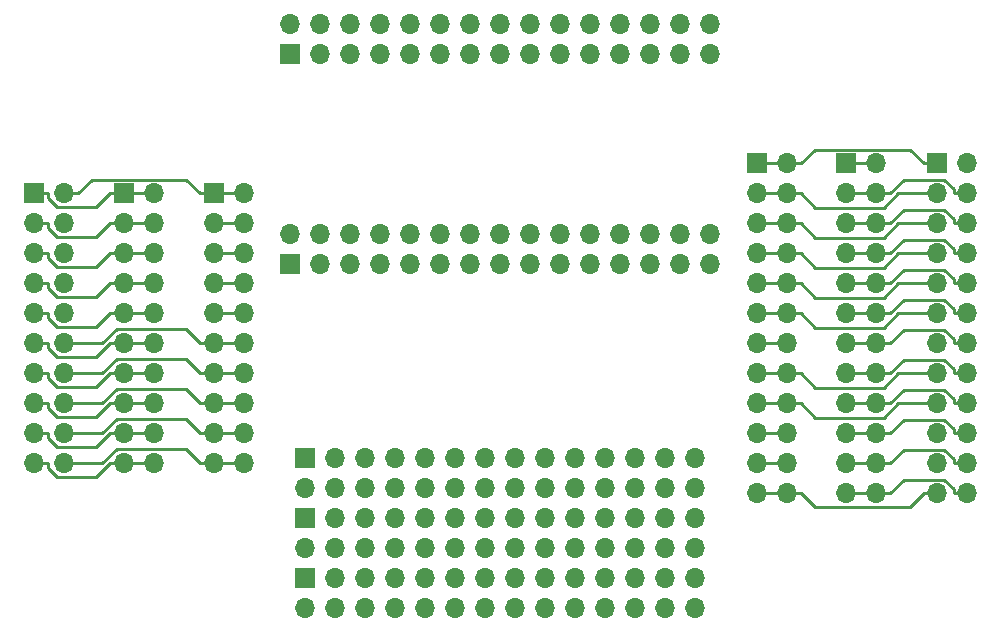
<source format=gbr>
%TF.GenerationSoftware,KiCad,Pcbnew,(5.1.9)-1*%
%TF.CreationDate,2022-02-04T12:49:55-05:00*%
%TF.ProjectId,Breadboard-Testbed,42726561-6462-46f6-9172-642d54657374,rev?*%
%TF.SameCoordinates,Original*%
%TF.FileFunction,Copper,L1,Top*%
%TF.FilePolarity,Positive*%
%FSLAX46Y46*%
G04 Gerber Fmt 4.6, Leading zero omitted, Abs format (unit mm)*
G04 Created by KiCad (PCBNEW (5.1.9)-1) date 2022-02-04 12:49:55*
%MOMM*%
%LPD*%
G01*
G04 APERTURE LIST*
%TA.AperFunction,ComponentPad*%
%ADD10R,1.700000X1.700000*%
%TD*%
%TA.AperFunction,ComponentPad*%
%ADD11O,1.700000X1.700000*%
%TD*%
%TA.AperFunction,Conductor*%
%ADD12C,0.250000*%
%TD*%
G04 APERTURE END LIST*
D10*
%TO.P,J1,1*%
%TO.N,Net-(J1-Pad1)*%
X163000000Y-86570000D03*
D11*
%TO.P,J1,2*%
%TO.N,Net-(J1-Pad2)*%
X165540000Y-86570000D03*
%TO.P,J1,3*%
%TO.N,Net-(J1-Pad3)*%
X163000000Y-89110000D03*
%TO.P,J1,4*%
%TO.N,Net-(J1-Pad4)*%
X165540000Y-89110000D03*
%TO.P,J1,5*%
%TO.N,Net-(J1-Pad5)*%
X163000000Y-91650000D03*
%TO.P,J1,6*%
%TO.N,Net-(J1-Pad6)*%
X165540000Y-91650000D03*
%TO.P,J1,7*%
%TO.N,Net-(J1-Pad7)*%
X163000000Y-94190000D03*
%TO.P,J1,8*%
%TO.N,Net-(J1-Pad8)*%
X165540000Y-94190000D03*
%TO.P,J1,9*%
%TO.N,Net-(J1-Pad9)*%
X163000000Y-96730000D03*
%TO.P,J1,10*%
%TO.N,Net-(J1-Pad10)*%
X165540000Y-96730000D03*
%TO.P,J1,11*%
%TO.N,Net-(J1-Pad11)*%
X163000000Y-99270000D03*
%TO.P,J1,12*%
%TO.N,Net-(J1-Pad12)*%
X165540000Y-99270000D03*
%TO.P,J1,13*%
%TO.N,Net-(J1-Pad13)*%
X163000000Y-101810000D03*
%TO.P,J1,14*%
%TO.N,Net-(J1-Pad14)*%
X165540000Y-101810000D03*
%TO.P,J1,15*%
%TO.N,Net-(J1-Pad15)*%
X163000000Y-104350000D03*
%TO.P,J1,16*%
%TO.N,Net-(J1-Pad16)*%
X165540000Y-104350000D03*
%TO.P,J1,17*%
%TO.N,Net-(J1-Pad17)*%
X163000000Y-106890000D03*
%TO.P,J1,18*%
%TO.N,Net-(J1-Pad18)*%
X165540000Y-106890000D03*
%TO.P,J1,19*%
%TO.N,Net-(J1-Pad19)*%
X163000000Y-109430000D03*
%TO.P,J1,20*%
%TO.N,Net-(J1-Pad20)*%
X165540000Y-109430000D03*
%TD*%
D10*
%TO.P,J2,1*%
%TO.N,Net-(J2-Pad1)*%
X239500000Y-84030000D03*
D11*
%TO.P,J2,2*%
%TO.N,Net-(J12-Pad1)*%
X242040000Y-84030000D03*
%TO.P,J2,3*%
%TO.N,Net-(J2-Pad3)*%
X239500000Y-86570000D03*
%TO.P,J2,4*%
%TO.N,Net-(J12-Pad3)*%
X242040000Y-86570000D03*
%TO.P,J2,5*%
%TO.N,Net-(J2-Pad5)*%
X239500000Y-89110000D03*
%TO.P,J2,6*%
%TO.N,Net-(J12-Pad5)*%
X242040000Y-89110000D03*
%TO.P,J2,7*%
%TO.N,Net-(J2-Pad7)*%
X239500000Y-91650000D03*
%TO.P,J2,8*%
%TO.N,Net-(J12-Pad7)*%
X242040000Y-91650000D03*
%TO.P,J2,9*%
%TO.N,Net-(J2-Pad9)*%
X239500000Y-94190000D03*
%TO.P,J2,10*%
%TO.N,Net-(J12-Pad10)*%
X242040000Y-94190000D03*
%TO.P,J2,11*%
%TO.N,Net-(J2-Pad11)*%
X239500000Y-96730000D03*
%TO.P,J2,12*%
%TO.N,Net-(J12-Pad11)*%
X242040000Y-96730000D03*
%TO.P,J2,13*%
%TO.N,Net-(J2-Pad13)*%
X239500000Y-99270000D03*
%TO.P,J2,14*%
%TO.N,Net-(J12-Pad13)*%
X242040000Y-99270000D03*
%TO.P,J2,15*%
%TO.N,Net-(J2-Pad15)*%
X239500000Y-101810000D03*
%TO.P,J2,16*%
%TO.N,Net-(J12-Pad15)*%
X242040000Y-101810000D03*
%TO.P,J2,17*%
%TO.N,Net-(J2-Pad17)*%
X239500000Y-104350000D03*
%TO.P,J2,18*%
%TO.N,Net-(J12-Pad17)*%
X242040000Y-104350000D03*
%TO.P,J2,19*%
%TO.N,Net-(J2-Pad19)*%
X239500000Y-106890000D03*
%TO.P,J2,20*%
%TO.N,Net-(J12-Pad19)*%
X242040000Y-106890000D03*
%TO.P,J2,21*%
%TO.N,Net-(J2-Pad21)*%
X239500000Y-109430000D03*
%TO.P,J2,22*%
%TO.N,Net-(J12-Pad21)*%
X242040000Y-109430000D03*
%TO.P,J2,23*%
%TO.N,Net-(J2-Pad23)*%
X239500000Y-111970000D03*
%TO.P,J2,24*%
%TO.N,Net-(J12-Pad23)*%
X242040000Y-111970000D03*
%TD*%
%TO.P,J5,20*%
%TO.N,Net-(J1-Pad19)*%
X173160000Y-109430000D03*
%TO.P,J5,19*%
X170620000Y-109430000D03*
%TO.P,J5,18*%
%TO.N,Net-(J1-Pad17)*%
X173160000Y-106890000D03*
%TO.P,J5,17*%
X170620000Y-106890000D03*
%TO.P,J5,16*%
%TO.N,Net-(J1-Pad15)*%
X173160000Y-104350000D03*
%TO.P,J5,15*%
X170620000Y-104350000D03*
%TO.P,J5,14*%
%TO.N,Net-(J1-Pad13)*%
X173160000Y-101810000D03*
%TO.P,J5,13*%
X170620000Y-101810000D03*
%TO.P,J5,12*%
%TO.N,Net-(J1-Pad11)*%
X173160000Y-99270000D03*
%TO.P,J5,11*%
X170620000Y-99270000D03*
%TO.P,J5,10*%
%TO.N,Net-(J1-Pad9)*%
X173160000Y-96730000D03*
%TO.P,J5,9*%
X170620000Y-96730000D03*
%TO.P,J5,8*%
%TO.N,Net-(J1-Pad7)*%
X173160000Y-94190000D03*
%TO.P,J5,7*%
X170620000Y-94190000D03*
%TO.P,J5,6*%
%TO.N,Net-(J1-Pad5)*%
X173160000Y-91650000D03*
%TO.P,J5,5*%
X170620000Y-91650000D03*
%TO.P,J5,4*%
%TO.N,Net-(J1-Pad3)*%
X173160000Y-89110000D03*
%TO.P,J5,3*%
X170620000Y-89110000D03*
%TO.P,J5,2*%
%TO.N,Net-(J1-Pad1)*%
X173160000Y-86570000D03*
D10*
%TO.P,J5,1*%
X170620000Y-86570000D03*
%TD*%
D11*
%TO.P,J7,30*%
%TO.N,Net-(J7-Pad29)*%
X220280000Y-90040000D03*
%TO.P,J7,29*%
X220280000Y-92580000D03*
%TO.P,J7,28*%
%TO.N,Net-(J7-Pad27)*%
X217740000Y-90040000D03*
%TO.P,J7,27*%
X217740000Y-92580000D03*
%TO.P,J7,26*%
%TO.N,Net-(J7-Pad25)*%
X215200000Y-90040000D03*
%TO.P,J7,25*%
X215200000Y-92580000D03*
%TO.P,J7,24*%
%TO.N,Net-(J7-Pad23)*%
X212660000Y-90040000D03*
%TO.P,J7,23*%
X212660000Y-92580000D03*
%TO.P,J7,22*%
%TO.N,Net-(J7-Pad21)*%
X210120000Y-90040000D03*
%TO.P,J7,21*%
X210120000Y-92580000D03*
%TO.P,J7,20*%
%TO.N,Net-(J7-Pad19)*%
X207580000Y-90040000D03*
%TO.P,J7,19*%
X207580000Y-92580000D03*
%TO.P,J7,18*%
%TO.N,Net-(J7-Pad17)*%
X205040000Y-90040000D03*
%TO.P,J7,17*%
X205040000Y-92580000D03*
%TO.P,J7,16*%
%TO.N,Net-(J7-Pad15)*%
X202500000Y-90040000D03*
%TO.P,J7,15*%
X202500000Y-92580000D03*
%TO.P,J7,14*%
%TO.N,Net-(J7-Pad13)*%
X199960000Y-90040000D03*
%TO.P,J7,13*%
X199960000Y-92580000D03*
%TO.P,J7,12*%
%TO.N,Net-(J7-Pad11)*%
X197420000Y-90040000D03*
%TO.P,J7,11*%
X197420000Y-92580000D03*
%TO.P,J7,10*%
%TO.N,Net-(J7-Pad10)*%
X194880000Y-90040000D03*
%TO.P,J7,9*%
X194880000Y-92580000D03*
%TO.P,J7,8*%
%TO.N,Net-(J7-Pad7)*%
X192340000Y-90040000D03*
%TO.P,J7,7*%
X192340000Y-92580000D03*
%TO.P,J7,6*%
%TO.N,Net-(J7-Pad5)*%
X189800000Y-90040000D03*
%TO.P,J7,5*%
X189800000Y-92580000D03*
%TO.P,J7,4*%
%TO.N,Net-(J7-Pad3)*%
X187260000Y-90040000D03*
%TO.P,J7,3*%
X187260000Y-92580000D03*
%TO.P,J7,2*%
%TO.N,Net-(J7-Pad1)*%
X184720000Y-90040000D03*
D10*
%TO.P,J7,1*%
X184720000Y-92580000D03*
%TD*%
%TO.P,J8,1*%
%TO.N,Net-(J1-Pad2)*%
X178240000Y-86570000D03*
D11*
%TO.P,J8,2*%
X180780000Y-86570000D03*
%TO.P,J8,3*%
%TO.N,Net-(J1-Pad4)*%
X178240000Y-89110000D03*
%TO.P,J8,4*%
X180780000Y-89110000D03*
%TO.P,J8,5*%
%TO.N,Net-(J1-Pad6)*%
X178240000Y-91650000D03*
%TO.P,J8,6*%
X180780000Y-91650000D03*
%TO.P,J8,7*%
%TO.N,Net-(J1-Pad8)*%
X178240000Y-94190000D03*
%TO.P,J8,8*%
X180780000Y-94190000D03*
%TO.P,J8,9*%
%TO.N,Net-(J1-Pad10)*%
X178240000Y-96730000D03*
%TO.P,J8,10*%
X180780000Y-96730000D03*
%TO.P,J8,11*%
%TO.N,Net-(J1-Pad12)*%
X178240000Y-99270000D03*
%TO.P,J8,12*%
X180780000Y-99270000D03*
%TO.P,J8,13*%
%TO.N,Net-(J1-Pad14)*%
X178240000Y-101810000D03*
%TO.P,J8,14*%
X180780000Y-101810000D03*
%TO.P,J8,15*%
%TO.N,Net-(J1-Pad16)*%
X178240000Y-104350000D03*
%TO.P,J8,16*%
X180780000Y-104350000D03*
%TO.P,J8,17*%
%TO.N,Net-(J1-Pad18)*%
X178240000Y-106890000D03*
%TO.P,J8,18*%
X180780000Y-106890000D03*
%TO.P,J8,19*%
%TO.N,Net-(J1-Pad20)*%
X178240000Y-109430000D03*
%TO.P,J8,20*%
X180780000Y-109430000D03*
%TD*%
D10*
%TO.P,J9,1*%
%TO.N,Net-(J2-Pad1)*%
X224260000Y-84030000D03*
D11*
%TO.P,J9,2*%
X226800000Y-84030000D03*
%TO.P,J9,3*%
%TO.N,Net-(J2-Pad3)*%
X224260000Y-86570000D03*
%TO.P,J9,4*%
X226800000Y-86570000D03*
%TO.P,J9,5*%
%TO.N,Net-(J2-Pad5)*%
X224260000Y-89110000D03*
%TO.P,J9,6*%
X226800000Y-89110000D03*
%TO.P,J9,7*%
%TO.N,Net-(J2-Pad7)*%
X224260000Y-91650000D03*
%TO.P,J9,8*%
X226800000Y-91650000D03*
%TO.P,J9,9*%
%TO.N,Net-(J2-Pad9)*%
X224260000Y-94190000D03*
%TO.P,J9,10*%
X226800000Y-94190000D03*
%TO.P,J9,11*%
%TO.N,Net-(J2-Pad11)*%
X224260000Y-96730000D03*
%TO.P,J9,12*%
X226800000Y-96730000D03*
%TO.P,J9,13*%
%TO.N,Net-(J2-Pad13)*%
X224260000Y-99270000D03*
%TO.P,J9,14*%
X226800000Y-99270000D03*
%TO.P,J9,15*%
%TO.N,Net-(J2-Pad15)*%
X224260000Y-101810000D03*
%TO.P,J9,16*%
X226800000Y-101810000D03*
%TO.P,J9,17*%
%TO.N,Net-(J2-Pad17)*%
X224260000Y-104350000D03*
%TO.P,J9,18*%
X226800000Y-104350000D03*
%TO.P,J9,19*%
%TO.N,Net-(J2-Pad19)*%
X224260000Y-106890000D03*
%TO.P,J9,20*%
X226800000Y-106890000D03*
%TO.P,J9,21*%
%TO.N,Net-(J2-Pad21)*%
X224260000Y-109430000D03*
%TO.P,J9,22*%
X226800000Y-109430000D03*
%TO.P,J9,23*%
%TO.N,Net-(J2-Pad23)*%
X224260000Y-111970000D03*
%TO.P,J9,24*%
X226800000Y-111970000D03*
%TD*%
%TO.P,J10,30*%
%TO.N,Net-(J10-Pad29)*%
X220280000Y-72260000D03*
%TO.P,J10,29*%
X220280000Y-74800000D03*
%TO.P,J10,28*%
%TO.N,Net-(J10-Pad27)*%
X217740000Y-72260000D03*
%TO.P,J10,27*%
X217740000Y-74800000D03*
%TO.P,J10,26*%
%TO.N,Net-(J10-Pad25)*%
X215200000Y-72260000D03*
%TO.P,J10,25*%
X215200000Y-74800000D03*
%TO.P,J10,24*%
%TO.N,Net-(J10-Pad23)*%
X212660000Y-72260000D03*
%TO.P,J10,23*%
X212660000Y-74800000D03*
%TO.P,J10,22*%
%TO.N,Net-(J10-Pad21)*%
X210120000Y-72260000D03*
%TO.P,J10,21*%
X210120000Y-74800000D03*
%TO.P,J10,20*%
%TO.N,Net-(J10-Pad19)*%
X207580000Y-72260000D03*
%TO.P,J10,19*%
X207580000Y-74800000D03*
%TO.P,J10,18*%
%TO.N,Net-(J10-Pad17)*%
X205040000Y-72260000D03*
%TO.P,J10,17*%
X205040000Y-74800000D03*
%TO.P,J10,16*%
%TO.N,Net-(J10-Pad15)*%
X202500000Y-72260000D03*
%TO.P,J10,15*%
X202500000Y-74800000D03*
%TO.P,J10,14*%
%TO.N,Net-(J10-Pad13)*%
X199960000Y-72260000D03*
%TO.P,J10,13*%
X199960000Y-74800000D03*
%TO.P,J10,12*%
%TO.N,Net-(J10-Pad11)*%
X197420000Y-72260000D03*
%TO.P,J10,11*%
X197420000Y-74800000D03*
%TO.P,J10,10*%
%TO.N,Net-(J10-Pad10)*%
X194880000Y-72260000D03*
%TO.P,J10,9*%
X194880000Y-74800000D03*
%TO.P,J10,8*%
%TO.N,Net-(J10-Pad7)*%
X192340000Y-72260000D03*
%TO.P,J10,7*%
X192340000Y-74800000D03*
%TO.P,J10,6*%
%TO.N,Net-(J10-Pad5)*%
X189800000Y-72260000D03*
%TO.P,J10,5*%
X189800000Y-74800000D03*
%TO.P,J10,4*%
%TO.N,Net-(J10-Pad3)*%
X187260000Y-72260000D03*
%TO.P,J10,3*%
X187260000Y-74800000D03*
%TO.P,J10,2*%
%TO.N,Net-(J10-Pad1)*%
X184720000Y-72260000D03*
D10*
%TO.P,J10,1*%
X184720000Y-74800000D03*
%TD*%
%TO.P,J12,1*%
%TO.N,Net-(J12-Pad1)*%
X231800000Y-84030000D03*
D11*
%TO.P,J12,2*%
X234340000Y-84030000D03*
%TO.P,J12,3*%
%TO.N,Net-(J12-Pad3)*%
X231800000Y-86570000D03*
%TO.P,J12,4*%
X234340000Y-86570000D03*
%TO.P,J12,5*%
%TO.N,Net-(J12-Pad5)*%
X231800000Y-89110000D03*
%TO.P,J12,6*%
X234340000Y-89110000D03*
%TO.P,J12,7*%
%TO.N,Net-(J12-Pad7)*%
X231800000Y-91650000D03*
%TO.P,J12,8*%
X234340000Y-91650000D03*
%TO.P,J12,9*%
%TO.N,Net-(J12-Pad10)*%
X231800000Y-94190000D03*
%TO.P,J12,10*%
X234340000Y-94190000D03*
%TO.P,J12,11*%
%TO.N,Net-(J12-Pad11)*%
X231800000Y-96730000D03*
%TO.P,J12,12*%
X234340000Y-96730000D03*
%TO.P,J12,13*%
%TO.N,Net-(J12-Pad13)*%
X231800000Y-99270000D03*
%TO.P,J12,14*%
X234340000Y-99270000D03*
%TO.P,J12,15*%
%TO.N,Net-(J12-Pad15)*%
X231800000Y-101810000D03*
%TO.P,J12,16*%
X234340000Y-101810000D03*
%TO.P,J12,17*%
%TO.N,Net-(J12-Pad17)*%
X231800000Y-104350000D03*
%TO.P,J12,18*%
X234340000Y-104350000D03*
%TO.P,J12,19*%
%TO.N,Net-(J12-Pad19)*%
X231800000Y-106890000D03*
%TO.P,J12,20*%
X234340000Y-106890000D03*
%TO.P,J12,21*%
%TO.N,Net-(J12-Pad21)*%
X231800000Y-109430000D03*
%TO.P,J12,22*%
X234340000Y-109430000D03*
%TO.P,J12,23*%
%TO.N,Net-(J12-Pad23)*%
X231800000Y-111970000D03*
%TO.P,J12,24*%
X234340000Y-111970000D03*
%TD*%
D10*
%TO.P,J3,1*%
%TO.N,Net-(J3-Pad1)*%
X185990000Y-108955000D03*
D11*
%TO.P,J3,2*%
X185990000Y-111495000D03*
%TO.P,J3,3*%
%TO.N,Net-(J3-Pad3)*%
X188530000Y-108955000D03*
%TO.P,J3,4*%
X188530000Y-111495000D03*
%TO.P,J3,5*%
%TO.N,Net-(J3-Pad5)*%
X191070000Y-108955000D03*
%TO.P,J3,6*%
X191070000Y-111495000D03*
%TO.P,J3,7*%
%TO.N,Net-(J3-Pad7)*%
X193610000Y-108955000D03*
%TO.P,J3,8*%
X193610000Y-111495000D03*
%TO.P,J3,9*%
%TO.N,Net-(J3-Pad10)*%
X196150000Y-108955000D03*
%TO.P,J3,10*%
X196150000Y-111495000D03*
%TO.P,J3,11*%
%TO.N,Net-(J3-Pad11)*%
X198690000Y-108955000D03*
%TO.P,J3,12*%
X198690000Y-111495000D03*
%TO.P,J3,13*%
%TO.N,Net-(J3-Pad13)*%
X201230000Y-108955000D03*
%TO.P,J3,14*%
X201230000Y-111495000D03*
%TO.P,J3,15*%
%TO.N,Net-(J3-Pad15)*%
X203770000Y-108955000D03*
%TO.P,J3,16*%
X203770000Y-111495000D03*
%TO.P,J3,17*%
%TO.N,Net-(J3-Pad17)*%
X206310000Y-108955000D03*
%TO.P,J3,18*%
X206310000Y-111495000D03*
%TO.P,J3,19*%
%TO.N,Net-(J3-Pad19)*%
X208850000Y-108955000D03*
%TO.P,J3,20*%
X208850000Y-111495000D03*
%TO.P,J3,21*%
%TO.N,Net-(J3-Pad21)*%
X211390000Y-108955000D03*
%TO.P,J3,22*%
X211390000Y-111495000D03*
%TO.P,J3,23*%
%TO.N,Net-(J3-Pad23)*%
X213930000Y-108955000D03*
%TO.P,J3,24*%
X213930000Y-111495000D03*
%TO.P,J3,25*%
%TO.N,Net-(J3-Pad25)*%
X216470000Y-108955000D03*
%TO.P,J3,26*%
X216470000Y-111495000D03*
%TO.P,J3,27*%
%TO.N,Net-(J3-Pad27)*%
X219010000Y-108955000D03*
%TO.P,J3,28*%
X219010000Y-111495000D03*
%TD*%
%TO.P,J4,28*%
%TO.N,Net-(J3-Pad27)*%
X219010000Y-116575000D03*
%TO.P,J4,27*%
X219010000Y-114035000D03*
%TO.P,J4,26*%
%TO.N,Net-(J3-Pad25)*%
X216470000Y-116575000D03*
%TO.P,J4,25*%
X216470000Y-114035000D03*
%TO.P,J4,24*%
%TO.N,Net-(J3-Pad23)*%
X213930000Y-116575000D03*
%TO.P,J4,23*%
X213930000Y-114035000D03*
%TO.P,J4,22*%
%TO.N,Net-(J3-Pad21)*%
X211390000Y-116575000D03*
%TO.P,J4,21*%
X211390000Y-114035000D03*
%TO.P,J4,20*%
%TO.N,Net-(J3-Pad19)*%
X208850000Y-116575000D03*
%TO.P,J4,19*%
X208850000Y-114035000D03*
%TO.P,J4,18*%
%TO.N,Net-(J3-Pad17)*%
X206310000Y-116575000D03*
%TO.P,J4,17*%
X206310000Y-114035000D03*
%TO.P,J4,16*%
%TO.N,Net-(J3-Pad15)*%
X203770000Y-116575000D03*
%TO.P,J4,15*%
X203770000Y-114035000D03*
%TO.P,J4,14*%
%TO.N,Net-(J3-Pad13)*%
X201230000Y-116575000D03*
%TO.P,J4,13*%
X201230000Y-114035000D03*
%TO.P,J4,12*%
%TO.N,Net-(J3-Pad11)*%
X198690000Y-116575000D03*
%TO.P,J4,11*%
X198690000Y-114035000D03*
%TO.P,J4,10*%
%TO.N,Net-(J3-Pad10)*%
X196150000Y-116575000D03*
%TO.P,J4,9*%
X196150000Y-114035000D03*
%TO.P,J4,8*%
%TO.N,Net-(J3-Pad7)*%
X193610000Y-116575000D03*
%TO.P,J4,7*%
X193610000Y-114035000D03*
%TO.P,J4,6*%
%TO.N,Net-(J3-Pad5)*%
X191070000Y-116575000D03*
%TO.P,J4,5*%
X191070000Y-114035000D03*
%TO.P,J4,4*%
%TO.N,Net-(J3-Pad3)*%
X188530000Y-116575000D03*
%TO.P,J4,3*%
X188530000Y-114035000D03*
%TO.P,J4,2*%
%TO.N,Net-(J3-Pad1)*%
X185990000Y-116575000D03*
D10*
%TO.P,J4,1*%
X185990000Y-114035000D03*
%TD*%
%TO.P,J6,1*%
%TO.N,Net-(J3-Pad1)*%
X185990000Y-119115000D03*
D11*
%TO.P,J6,2*%
X185990000Y-121655000D03*
%TO.P,J6,3*%
%TO.N,Net-(J3-Pad3)*%
X188530000Y-119115000D03*
%TO.P,J6,4*%
X188530000Y-121655000D03*
%TO.P,J6,5*%
%TO.N,Net-(J3-Pad5)*%
X191070000Y-119115000D03*
%TO.P,J6,6*%
X191070000Y-121655000D03*
%TO.P,J6,7*%
%TO.N,Net-(J3-Pad7)*%
X193610000Y-119115000D03*
%TO.P,J6,8*%
X193610000Y-121655000D03*
%TO.P,J6,9*%
%TO.N,Net-(J3-Pad10)*%
X196150000Y-119115000D03*
%TO.P,J6,10*%
X196150000Y-121655000D03*
%TO.P,J6,11*%
%TO.N,Net-(J3-Pad11)*%
X198690000Y-119115000D03*
%TO.P,J6,12*%
X198690000Y-121655000D03*
%TO.P,J6,13*%
%TO.N,Net-(J3-Pad13)*%
X201230000Y-119115000D03*
%TO.P,J6,14*%
X201230000Y-121655000D03*
%TO.P,J6,15*%
%TO.N,Net-(J3-Pad15)*%
X203770000Y-119115000D03*
%TO.P,J6,16*%
X203770000Y-121655000D03*
%TO.P,J6,17*%
%TO.N,Net-(J3-Pad17)*%
X206310000Y-119115000D03*
%TO.P,J6,18*%
X206310000Y-121655000D03*
%TO.P,J6,19*%
%TO.N,Net-(J3-Pad19)*%
X208850000Y-119115000D03*
%TO.P,J6,20*%
X208850000Y-121655000D03*
%TO.P,J6,21*%
%TO.N,Net-(J3-Pad21)*%
X211390000Y-119115000D03*
%TO.P,J6,22*%
X211390000Y-121655000D03*
%TO.P,J6,23*%
%TO.N,Net-(J3-Pad23)*%
X213930000Y-119115000D03*
%TO.P,J6,24*%
X213930000Y-121655000D03*
%TO.P,J6,25*%
%TO.N,Net-(J3-Pad25)*%
X216470000Y-119115000D03*
%TO.P,J6,26*%
X216470000Y-121655000D03*
%TO.P,J6,27*%
%TO.N,Net-(J3-Pad27)*%
X219010000Y-119115000D03*
%TO.P,J6,28*%
X219010000Y-121655000D03*
%TD*%
D12*
%TO.N,Net-(J1-Pad1)*%
X163000000Y-86570000D02*
X164175300Y-86570000D01*
X170620000Y-86570000D02*
X169444700Y-86570000D01*
X169444700Y-86570000D02*
X168269400Y-87745300D01*
X168269400Y-87745300D02*
X164983200Y-87745300D01*
X164983200Y-87745300D02*
X164175300Y-86937400D01*
X164175300Y-86937400D02*
X164175300Y-86570000D01*
X173160000Y-86570000D02*
X170620000Y-86570000D01*
%TO.N,Net-(J1-Pad2)*%
X178240000Y-86570000D02*
X177064700Y-86570000D01*
X177064700Y-86570000D02*
X175889400Y-85394700D01*
X175889400Y-85394700D02*
X167890600Y-85394700D01*
X167890600Y-85394700D02*
X166715300Y-86570000D01*
X180780000Y-86570000D02*
X178240000Y-86570000D01*
X165540000Y-86570000D02*
X166715300Y-86570000D01*
%TO.N,Net-(J1-Pad3)*%
X163000000Y-89110000D02*
X164175300Y-89110000D01*
X170620000Y-89110000D02*
X169444700Y-89110000D01*
X169444700Y-89110000D02*
X168269400Y-90285300D01*
X168269400Y-90285300D02*
X164983200Y-90285300D01*
X164983200Y-90285300D02*
X164175300Y-89477400D01*
X164175300Y-89477400D02*
X164175300Y-89110000D01*
X173160000Y-89110000D02*
X170620000Y-89110000D01*
%TO.N,Net-(J1-Pad4)*%
X180780000Y-89110000D02*
X178240000Y-89110000D01*
%TO.N,Net-(J1-Pad5)*%
X163000000Y-91650000D02*
X164175300Y-91650000D01*
X170620000Y-91650000D02*
X169444700Y-91650000D01*
X169444700Y-91650000D02*
X168269400Y-92825300D01*
X168269400Y-92825300D02*
X164983200Y-92825300D01*
X164983200Y-92825300D02*
X164175300Y-92017400D01*
X164175300Y-92017400D02*
X164175300Y-91650000D01*
X173160000Y-91650000D02*
X170620000Y-91650000D01*
%TO.N,Net-(J1-Pad6)*%
X180780000Y-91650000D02*
X178240000Y-91650000D01*
%TO.N,Net-(J1-Pad7)*%
X163000000Y-94190000D02*
X164175300Y-94190000D01*
X170620000Y-94190000D02*
X169444700Y-94190000D01*
X169444700Y-94190000D02*
X168269400Y-95365300D01*
X168269400Y-95365300D02*
X164983200Y-95365300D01*
X164983200Y-95365300D02*
X164175300Y-94557400D01*
X164175300Y-94557400D02*
X164175300Y-94190000D01*
X173160000Y-94190000D02*
X170620000Y-94190000D01*
%TO.N,Net-(J1-Pad8)*%
X180780000Y-94190000D02*
X178240000Y-94190000D01*
%TO.N,Net-(J1-Pad9)*%
X163000000Y-96730000D02*
X164175300Y-96730000D01*
X170620000Y-96730000D02*
X169444700Y-96730000D01*
X169444700Y-96730000D02*
X168269400Y-97905300D01*
X168269400Y-97905300D02*
X164983200Y-97905300D01*
X164983200Y-97905300D02*
X164175300Y-97097400D01*
X164175300Y-97097400D02*
X164175300Y-96730000D01*
X173160000Y-96730000D02*
X170620000Y-96730000D01*
%TO.N,Net-(J1-Pad10)*%
X180780000Y-96730000D02*
X178240000Y-96730000D01*
%TO.N,Net-(J1-Pad11)*%
X163000000Y-99270000D02*
X164175300Y-99270000D01*
X170620000Y-99270000D02*
X169444700Y-99270000D01*
X169444700Y-99270000D02*
X168269400Y-100445300D01*
X168269400Y-100445300D02*
X164983200Y-100445300D01*
X164983200Y-100445300D02*
X164175300Y-99637400D01*
X164175300Y-99637400D02*
X164175300Y-99270000D01*
X173160000Y-99270000D02*
X170620000Y-99270000D01*
%TO.N,Net-(J1-Pad12)*%
X178240000Y-99270000D02*
X177064700Y-99270000D01*
X177064700Y-99270000D02*
X175869000Y-98074300D01*
X175869000Y-98074300D02*
X170003500Y-98074300D01*
X170003500Y-98074300D02*
X168807800Y-99270000D01*
X168807800Y-99270000D02*
X165540000Y-99270000D01*
X180780000Y-99270000D02*
X178240000Y-99270000D01*
%TO.N,Net-(J1-Pad13)*%
X163000000Y-101810000D02*
X164175300Y-101810000D01*
X170620000Y-101810000D02*
X169444700Y-101810000D01*
X169444700Y-101810000D02*
X168269400Y-102985300D01*
X168269400Y-102985300D02*
X164983200Y-102985300D01*
X164983200Y-102985300D02*
X164175300Y-102177400D01*
X164175300Y-102177400D02*
X164175300Y-101810000D01*
X173160000Y-101810000D02*
X170620000Y-101810000D01*
%TO.N,Net-(J1-Pad14)*%
X178240000Y-101810000D02*
X177064700Y-101810000D01*
X177064700Y-101810000D02*
X175869000Y-100614300D01*
X175869000Y-100614300D02*
X170003500Y-100614300D01*
X170003500Y-100614300D02*
X168807800Y-101810000D01*
X168807800Y-101810000D02*
X165540000Y-101810000D01*
X180780000Y-101810000D02*
X178240000Y-101810000D01*
%TO.N,Net-(J1-Pad15)*%
X163000000Y-104350000D02*
X164175300Y-104350000D01*
X170620000Y-104350000D02*
X169444700Y-104350000D01*
X169444700Y-104350000D02*
X168269400Y-105525300D01*
X168269400Y-105525300D02*
X164983200Y-105525300D01*
X164983200Y-105525300D02*
X164175300Y-104717400D01*
X164175300Y-104717400D02*
X164175300Y-104350000D01*
X173160000Y-104350000D02*
X170620000Y-104350000D01*
%TO.N,Net-(J1-Pad16)*%
X178240000Y-104350000D02*
X177064700Y-104350000D01*
X177064700Y-104350000D02*
X175869000Y-103154300D01*
X175869000Y-103154300D02*
X170003500Y-103154300D01*
X170003500Y-103154300D02*
X168807800Y-104350000D01*
X168807800Y-104350000D02*
X165540000Y-104350000D01*
X180780000Y-104350000D02*
X178240000Y-104350000D01*
%TO.N,Net-(J1-Pad17)*%
X163000000Y-106890000D02*
X164175300Y-106890000D01*
X170620000Y-106890000D02*
X169444700Y-106890000D01*
X169444700Y-106890000D02*
X168269400Y-108065300D01*
X168269400Y-108065300D02*
X164983200Y-108065300D01*
X164983200Y-108065300D02*
X164175300Y-107257400D01*
X164175300Y-107257400D02*
X164175300Y-106890000D01*
X173160000Y-106890000D02*
X170620000Y-106890000D01*
%TO.N,Net-(J1-Pad18)*%
X178240000Y-106890000D02*
X177064700Y-106890000D01*
X177064700Y-106890000D02*
X175869000Y-105694300D01*
X175869000Y-105694300D02*
X170003500Y-105694300D01*
X170003500Y-105694300D02*
X168807800Y-106890000D01*
X168807800Y-106890000D02*
X165540000Y-106890000D01*
X180780000Y-106890000D02*
X178240000Y-106890000D01*
%TO.N,Net-(J1-Pad19)*%
X170620000Y-109430000D02*
X169444700Y-109430000D01*
X169444700Y-109430000D02*
X168269400Y-110605300D01*
X168269400Y-110605300D02*
X164983200Y-110605300D01*
X164983200Y-110605300D02*
X164175300Y-109797400D01*
X164175300Y-109797400D02*
X164175300Y-109430000D01*
X173160000Y-109430000D02*
X170620000Y-109430000D01*
X163000000Y-109430000D02*
X164175300Y-109430000D01*
%TO.N,Net-(J1-Pad20)*%
X178240000Y-109430000D02*
X177064700Y-109430000D01*
X177064700Y-109430000D02*
X175869000Y-108234300D01*
X175869000Y-108234300D02*
X170003500Y-108234300D01*
X170003500Y-108234300D02*
X168807800Y-109430000D01*
X168807800Y-109430000D02*
X165540000Y-109430000D01*
X180780000Y-109430000D02*
X178240000Y-109430000D01*
%TO.N,Net-(J2-Pad1)*%
X226800000Y-84030000D02*
X227975300Y-84030000D01*
X227975300Y-84030000D02*
X229150600Y-82854700D01*
X229150600Y-82854700D02*
X237149400Y-82854700D01*
X237149400Y-82854700D02*
X238324700Y-84030000D01*
X224260000Y-84030000D02*
X226800000Y-84030000D01*
X239500000Y-84030000D02*
X238324700Y-84030000D01*
%TO.N,Net-(J12-Pad1)*%
X234340000Y-84030000D02*
X231800000Y-84030000D01*
%TO.N,Net-(J2-Pad3)*%
X226800000Y-86570000D02*
X227975300Y-86570000D01*
X227975300Y-86570000D02*
X229171000Y-87765700D01*
X229171000Y-87765700D02*
X234956500Y-87765700D01*
X234956500Y-87765700D02*
X236152200Y-86570000D01*
X236152200Y-86570000D02*
X239500000Y-86570000D01*
X224260000Y-86570000D02*
X226800000Y-86570000D01*
%TO.N,Net-(J12-Pad3)*%
X242040000Y-86570000D02*
X240864700Y-86570000D01*
X234340000Y-86570000D02*
X235515300Y-86570000D01*
X235515300Y-86570000D02*
X236690600Y-85394700D01*
X236690600Y-85394700D02*
X240056800Y-85394700D01*
X240056800Y-85394700D02*
X240864700Y-86202600D01*
X240864700Y-86202600D02*
X240864700Y-86570000D01*
X231800000Y-86570000D02*
X234340000Y-86570000D01*
%TO.N,Net-(J2-Pad5)*%
X226800000Y-89110000D02*
X227975300Y-89110000D01*
X227975300Y-89110000D02*
X229171000Y-90305700D01*
X229171000Y-90305700D02*
X234956500Y-90305700D01*
X234956500Y-90305700D02*
X236152200Y-89110000D01*
X236152200Y-89110000D02*
X239500000Y-89110000D01*
X224260000Y-89110000D02*
X226800000Y-89110000D01*
%TO.N,Net-(J12-Pad5)*%
X242040000Y-89110000D02*
X240864700Y-89110000D01*
X234340000Y-89110000D02*
X235515300Y-89110000D01*
X235515300Y-89110000D02*
X236690600Y-87934700D01*
X236690600Y-87934700D02*
X240056800Y-87934700D01*
X240056800Y-87934700D02*
X240864700Y-88742600D01*
X240864700Y-88742600D02*
X240864700Y-89110000D01*
X231800000Y-89110000D02*
X234340000Y-89110000D01*
%TO.N,Net-(J2-Pad7)*%
X226800000Y-91650000D02*
X227975300Y-91650000D01*
X227975300Y-91650000D02*
X229171000Y-92845700D01*
X229171000Y-92845700D02*
X234956500Y-92845700D01*
X234956500Y-92845700D02*
X236152200Y-91650000D01*
X236152200Y-91650000D02*
X239500000Y-91650000D01*
X224260000Y-91650000D02*
X226800000Y-91650000D01*
%TO.N,Net-(J12-Pad7)*%
X242040000Y-91650000D02*
X240864700Y-91650000D01*
X234340000Y-91650000D02*
X235515300Y-91650000D01*
X235515300Y-91650000D02*
X236690600Y-90474700D01*
X236690600Y-90474700D02*
X240056800Y-90474700D01*
X240056800Y-90474700D02*
X240864700Y-91282600D01*
X240864700Y-91282600D02*
X240864700Y-91650000D01*
X231800000Y-91650000D02*
X234340000Y-91650000D01*
%TO.N,Net-(J2-Pad9)*%
X226800000Y-94190000D02*
X227975300Y-94190000D01*
X227975300Y-94190000D02*
X229171000Y-95385700D01*
X229171000Y-95385700D02*
X234956500Y-95385700D01*
X234956500Y-95385700D02*
X236152200Y-94190000D01*
X236152200Y-94190000D02*
X239500000Y-94190000D01*
X224260000Y-94190000D02*
X226800000Y-94190000D01*
%TO.N,Net-(J12-Pad10)*%
X242040000Y-94190000D02*
X240864700Y-94190000D01*
X234340000Y-94190000D02*
X235515300Y-94190000D01*
X235515300Y-94190000D02*
X236690600Y-93014700D01*
X236690600Y-93014700D02*
X240056800Y-93014700D01*
X240056800Y-93014700D02*
X240864700Y-93822600D01*
X240864700Y-93822600D02*
X240864700Y-94190000D01*
X231800000Y-94190000D02*
X234340000Y-94190000D01*
%TO.N,Net-(J2-Pad11)*%
X226800000Y-96730000D02*
X227975300Y-96730000D01*
X227975300Y-96730000D02*
X229171000Y-97925700D01*
X229171000Y-97925700D02*
X234956500Y-97925700D01*
X234956500Y-97925700D02*
X236152200Y-96730000D01*
X236152200Y-96730000D02*
X239500000Y-96730000D01*
X224260000Y-96730000D02*
X226800000Y-96730000D01*
%TO.N,Net-(J12-Pad11)*%
X242040000Y-96730000D02*
X240864700Y-96730000D01*
X234340000Y-96730000D02*
X235515300Y-96730000D01*
X235515300Y-96730000D02*
X236690600Y-95554700D01*
X236690600Y-95554700D02*
X240056800Y-95554700D01*
X240056800Y-95554700D02*
X240864700Y-96362600D01*
X240864700Y-96362600D02*
X240864700Y-96730000D01*
X231800000Y-96730000D02*
X234340000Y-96730000D01*
%TO.N,Net-(J2-Pad13)*%
X226800000Y-99270000D02*
X224260000Y-99270000D01*
%TO.N,Net-(J12-Pad13)*%
X242040000Y-99270000D02*
X240864700Y-99270000D01*
X234340000Y-99270000D02*
X235515300Y-99270000D01*
X235515300Y-99270000D02*
X236690600Y-98094700D01*
X236690600Y-98094700D02*
X240056800Y-98094700D01*
X240056800Y-98094700D02*
X240864700Y-98902600D01*
X240864700Y-98902600D02*
X240864700Y-99270000D01*
X231800000Y-99270000D02*
X234340000Y-99270000D01*
%TO.N,Net-(J2-Pad15)*%
X226800000Y-101810000D02*
X227975300Y-101810000D01*
X227975300Y-101810000D02*
X229171000Y-103005700D01*
X229171000Y-103005700D02*
X234956500Y-103005700D01*
X234956500Y-103005700D02*
X236152200Y-101810000D01*
X236152200Y-101810000D02*
X239500000Y-101810000D01*
X224260000Y-101810000D02*
X226800000Y-101810000D01*
%TO.N,Net-(J12-Pad15)*%
X242040000Y-101810000D02*
X240864700Y-101810000D01*
X234340000Y-101810000D02*
X235515300Y-101810000D01*
X235515300Y-101810000D02*
X236690600Y-100634700D01*
X236690600Y-100634700D02*
X240056800Y-100634700D01*
X240056800Y-100634700D02*
X240864700Y-101442600D01*
X240864700Y-101442600D02*
X240864700Y-101810000D01*
X231800000Y-101810000D02*
X234340000Y-101810000D01*
%TO.N,Net-(J2-Pad17)*%
X226800000Y-104350000D02*
X227975300Y-104350000D01*
X227975300Y-104350000D02*
X229171000Y-105545700D01*
X229171000Y-105545700D02*
X234956500Y-105545700D01*
X234956500Y-105545700D02*
X236152200Y-104350000D01*
X236152200Y-104350000D02*
X239500000Y-104350000D01*
X224260000Y-104350000D02*
X226800000Y-104350000D01*
%TO.N,Net-(J12-Pad17)*%
X242040000Y-104350000D02*
X240864700Y-104350000D01*
X234340000Y-104350000D02*
X235515300Y-104350000D01*
X235515300Y-104350000D02*
X236690600Y-103174700D01*
X236690600Y-103174700D02*
X240056800Y-103174700D01*
X240056800Y-103174700D02*
X240864700Y-103982600D01*
X240864700Y-103982600D02*
X240864700Y-104350000D01*
X231800000Y-104350000D02*
X234340000Y-104350000D01*
%TO.N,Net-(J2-Pad19)*%
X226800000Y-106890000D02*
X224260000Y-106890000D01*
%TO.N,Net-(J12-Pad19)*%
X242040000Y-106890000D02*
X240864700Y-106890000D01*
X234340000Y-106890000D02*
X235515300Y-106890000D01*
X235515300Y-106890000D02*
X236690600Y-105714700D01*
X236690600Y-105714700D02*
X240056800Y-105714700D01*
X240056800Y-105714700D02*
X240864700Y-106522600D01*
X240864700Y-106522600D02*
X240864700Y-106890000D01*
X231800000Y-106890000D02*
X234340000Y-106890000D01*
%TO.N,Net-(J2-Pad21)*%
X226800000Y-109430000D02*
X224260000Y-109430000D01*
%TO.N,Net-(J12-Pad21)*%
X242040000Y-109430000D02*
X240864700Y-109430000D01*
X234340000Y-109430000D02*
X235515300Y-109430000D01*
X235515300Y-109430000D02*
X236690600Y-108254700D01*
X236690600Y-108254700D02*
X240056800Y-108254700D01*
X240056800Y-108254700D02*
X240864700Y-109062600D01*
X240864700Y-109062600D02*
X240864700Y-109430000D01*
X231800000Y-109430000D02*
X234340000Y-109430000D01*
%TO.N,Net-(J2-Pad23)*%
X226800000Y-111970000D02*
X227975300Y-111970000D01*
X227975300Y-111970000D02*
X229150600Y-113145300D01*
X229150600Y-113145300D02*
X237149400Y-113145300D01*
X237149400Y-113145300D02*
X238324700Y-111970000D01*
X224260000Y-111970000D02*
X226800000Y-111970000D01*
X239500000Y-111970000D02*
X238324700Y-111970000D01*
%TO.N,Net-(J12-Pad23)*%
X242040000Y-111970000D02*
X240864700Y-111970000D01*
X234340000Y-111970000D02*
X235515300Y-111970000D01*
X235515300Y-111970000D02*
X236690600Y-110794700D01*
X236690600Y-110794700D02*
X240056800Y-110794700D01*
X240056800Y-110794700D02*
X240864700Y-111602600D01*
X240864700Y-111602600D02*
X240864700Y-111970000D01*
X231800000Y-111970000D02*
X234340000Y-111970000D01*
%TD*%
M02*

</source>
